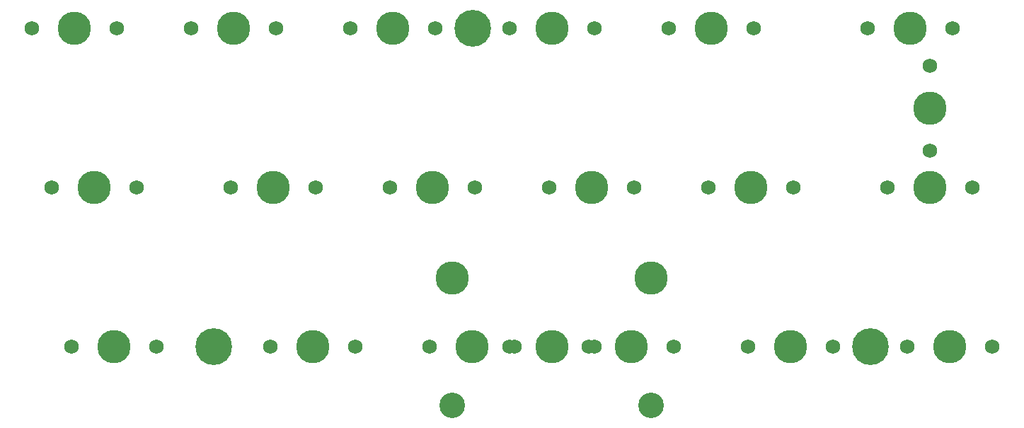
<source format=gbr>
%TF.GenerationSoftware,KiCad,Pcbnew,5.1.9*%
%TF.CreationDate,2021-04-22T00:58:07+02:00*%
%TF.ProjectId,miniqaz,6d696e69-7161-47a2-9e6b-696361645f70,rev?*%
%TF.SameCoordinates,Original*%
%TF.FileFunction,Soldermask,Top*%
%TF.FilePolarity,Negative*%
%FSLAX46Y46*%
G04 Gerber Fmt 4.6, Leading zero omitted, Abs format (unit mm)*
G04 Created by KiCad (PCBNEW 5.1.9) date 2021-04-22 00:58:07*
%MOMM*%
%LPD*%
G01*
G04 APERTURE LIST*
%ADD10C,0.700000*%
%ADD11C,4.400000*%
%ADD12C,3.987800*%
%ADD13C,1.750000*%
%ADD14C,3.048000*%
G04 APERTURE END LIST*
D10*
%TO.C, *%
X160316726Y-114914524D03*
X159150000Y-114431250D03*
X157983274Y-114914524D03*
X157500000Y-116081250D03*
X157983274Y-117247976D03*
X159150000Y-117731250D03*
X160316726Y-117247976D03*
X160800000Y-116081250D03*
D11*
X159150000Y-116081250D03*
%TD*%
D10*
%TO.C, *%
X238916726Y-114914524D03*
X237750000Y-114431250D03*
X236583274Y-114914524D03*
X236100000Y-116081250D03*
X236583274Y-117247976D03*
X237750000Y-117731250D03*
X238916726Y-117247976D03*
X239400000Y-116081250D03*
D11*
X237750000Y-116081250D03*
%TD*%
D10*
%TO.C, *%
X191316726Y-76814524D03*
X190150000Y-76331250D03*
X188983274Y-76814524D03*
X188500000Y-77981250D03*
X188983274Y-79147976D03*
X190150000Y-79631250D03*
X191316726Y-79147976D03*
X191800000Y-77981250D03*
D11*
X190150000Y-77981250D03*
%TD*%
D12*
%TO.C,MX19*%
X199625000Y-116081250D03*
D13*
X194545000Y-116081250D03*
X204705000Y-116081250D03*
D14*
X187718750Y-123066250D03*
X211531250Y-123066250D03*
D12*
X187718750Y-107826250D03*
X211531250Y-107826250D03*
%TD*%
%TO.C,MX20*%
X244868750Y-87506250D03*
D13*
X244868750Y-82426250D03*
X244868750Y-92586250D03*
%TD*%
D12*
%TO.C,MX18*%
X247250000Y-116081250D03*
D13*
X242170000Y-116081250D03*
X252330000Y-116081250D03*
%TD*%
D12*
%TO.C,MX17*%
X244868750Y-97031250D03*
D13*
X239788750Y-97031250D03*
X249948750Y-97031250D03*
%TD*%
D12*
%TO.C,MX16*%
X242487500Y-77981250D03*
D13*
X237407500Y-77981250D03*
X247567500Y-77981250D03*
%TD*%
D12*
%TO.C,MX15*%
X228200000Y-116081250D03*
D13*
X223120000Y-116081250D03*
X233280000Y-116081250D03*
%TD*%
D12*
%TO.C,MX14*%
X223437500Y-97031250D03*
D13*
X218357500Y-97031250D03*
X228517500Y-97031250D03*
%TD*%
D12*
%TO.C,MX13*%
X218675000Y-77981250D03*
D13*
X213595000Y-77981250D03*
X223755000Y-77981250D03*
%TD*%
D12*
%TO.C,MX12*%
X209150000Y-116081250D03*
D13*
X204070000Y-116081250D03*
X214230000Y-116081250D03*
%TD*%
D12*
%TO.C,MX11*%
X204387500Y-97031250D03*
D13*
X199307500Y-97031250D03*
X209467500Y-97031250D03*
%TD*%
D12*
%TO.C,MX10*%
X199625000Y-77981250D03*
D13*
X194545000Y-77981250D03*
X204705000Y-77981250D03*
%TD*%
D12*
%TO.C,MX9*%
X190100000Y-116081250D03*
D13*
X185020000Y-116081250D03*
X195180000Y-116081250D03*
%TD*%
D12*
%TO.C,MX8*%
X185337500Y-97031250D03*
D13*
X180257500Y-97031250D03*
X190417500Y-97031250D03*
%TD*%
D12*
%TO.C,MX7*%
X180575000Y-77981250D03*
D13*
X175495000Y-77981250D03*
X185655000Y-77981250D03*
%TD*%
D12*
%TO.C,MX6*%
X171050000Y-116081250D03*
D13*
X165970000Y-116081250D03*
X176130000Y-116081250D03*
%TD*%
D12*
%TO.C,MX5*%
X166287500Y-97031250D03*
D13*
X161207500Y-97031250D03*
X171367500Y-97031250D03*
%TD*%
D12*
%TO.C,MX4*%
X161525000Y-77981250D03*
D13*
X156445000Y-77981250D03*
X166605000Y-77981250D03*
%TD*%
D12*
%TO.C,MX3*%
X147237500Y-116081250D03*
D13*
X142157500Y-116081250D03*
X152317500Y-116081250D03*
%TD*%
D12*
%TO.C,MX2*%
X144856250Y-97031250D03*
D13*
X139776250Y-97031250D03*
X149936250Y-97031250D03*
%TD*%
D12*
%TO.C,MX1*%
X142475000Y-77981250D03*
D13*
X147555000Y-77981250D03*
X137395000Y-77981250D03*
%TD*%
M02*

</source>
